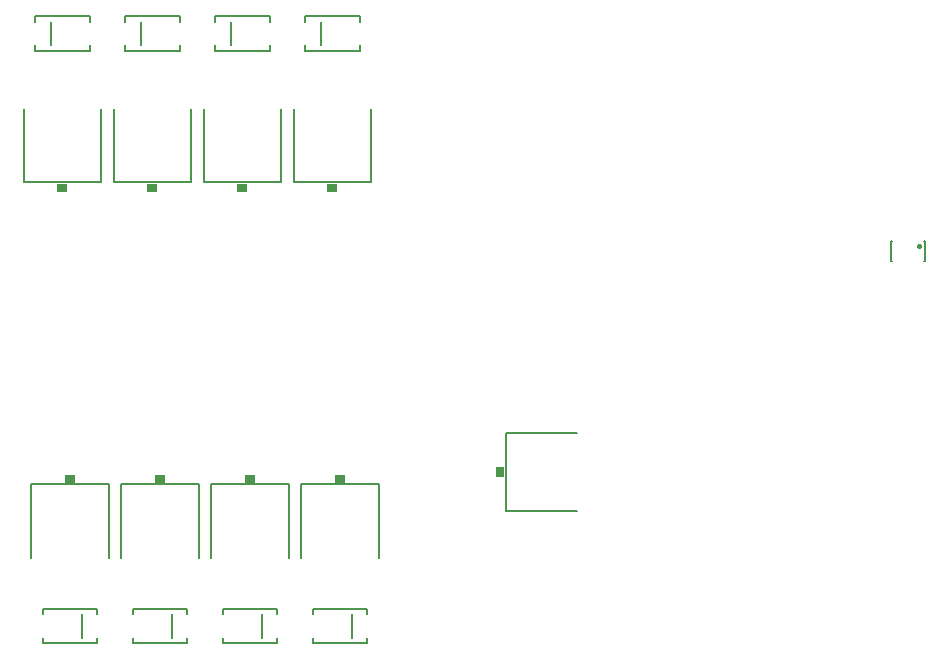
<source format=gbo>
G75*
G70*
%OFA0B0*%
%FSLAX24Y24*%
%IPPOS*%
%LPD*%
%AMOC8*
5,1,8,0,0,1.08239X$1,22.5*
%
%ADD10C,0.0080*%
%ADD11R,0.0340X0.0300*%
%ADD12R,0.0300X0.0340*%
%ADD13C,0.0120*%
D10*
X010734Y005444D02*
X012546Y005444D01*
X012546Y005621D01*
X012034Y005621D02*
X012034Y006409D01*
X012546Y006409D02*
X012546Y006586D01*
X010734Y006586D01*
X010734Y006409D01*
X010734Y005621D02*
X010734Y005444D01*
X013734Y005444D02*
X015546Y005444D01*
X015546Y005621D01*
X015034Y005621D02*
X015034Y006409D01*
X015546Y006409D02*
X015546Y006586D01*
X013734Y006586D01*
X013734Y006409D01*
X013734Y005621D02*
X013734Y005444D01*
X016734Y005444D02*
X018546Y005444D01*
X018546Y005621D01*
X018034Y005621D02*
X018034Y006409D01*
X018546Y006409D02*
X018546Y006586D01*
X016734Y006586D01*
X016734Y006409D01*
X016734Y005621D02*
X016734Y005444D01*
X019734Y005444D02*
X021546Y005444D01*
X021546Y005621D01*
X021034Y005621D02*
X021034Y006409D01*
X021546Y006409D02*
X021546Y006586D01*
X019734Y006586D01*
X019734Y006409D01*
X019734Y005621D02*
X019734Y005444D01*
X019350Y008294D02*
X019350Y010733D01*
X021930Y010733D01*
X021930Y008294D01*
X018930Y008294D02*
X018930Y010733D01*
X016350Y010733D01*
X016350Y008294D01*
X015930Y008294D02*
X015930Y010733D01*
X013350Y010733D01*
X013350Y008294D01*
X012930Y008294D02*
X012930Y010733D01*
X010350Y010733D01*
X010350Y008294D01*
X026165Y009850D02*
X028525Y009850D01*
X026165Y009850D02*
X026165Y012430D01*
X028525Y012430D01*
X039018Y018196D02*
X039055Y018196D01*
X039018Y018196D02*
X039018Y018834D01*
X039055Y018834D01*
X040100Y018834D02*
X040138Y018834D01*
X040138Y018196D01*
X040100Y018196D01*
X021680Y020797D02*
X021680Y023236D01*
X019100Y023236D02*
X019100Y020797D01*
X021680Y020797D01*
X018680Y020797D02*
X018680Y023236D01*
X016100Y023236D02*
X016100Y020797D01*
X018680Y020797D01*
X015680Y020797D02*
X015680Y023236D01*
X013100Y023236D02*
X013100Y020797D01*
X015680Y020797D01*
X012680Y020797D02*
X012680Y023236D01*
X010100Y023236D02*
X010100Y020797D01*
X012680Y020797D01*
X012296Y025194D02*
X010484Y025194D01*
X010484Y025371D01*
X010996Y025371D02*
X010996Y026159D01*
X010484Y026159D02*
X010484Y026336D01*
X012296Y026336D01*
X012296Y026159D01*
X013484Y026159D02*
X013484Y026336D01*
X015296Y026336D01*
X015296Y026159D01*
X016484Y026159D02*
X016484Y026336D01*
X018296Y026336D01*
X018296Y026159D01*
X019484Y026159D02*
X019484Y026336D01*
X021296Y026336D01*
X021296Y026159D01*
X019996Y026159D02*
X019996Y025371D01*
X019484Y025371D02*
X019484Y025194D01*
X021296Y025194D01*
X021296Y025371D01*
X018296Y025371D02*
X018296Y025194D01*
X016484Y025194D01*
X016484Y025371D01*
X016996Y025371D02*
X016996Y026159D01*
X015296Y025371D02*
X015296Y025194D01*
X013484Y025194D01*
X013484Y025371D01*
X013996Y025371D02*
X013996Y026159D01*
X012296Y025371D02*
X012296Y025194D01*
D11*
X011390Y020607D03*
X014390Y020607D03*
X017390Y020607D03*
X020390Y020607D03*
X020640Y010923D03*
X017640Y010923D03*
X014640Y010923D03*
X011640Y010923D03*
D12*
X025975Y011140D03*
D13*
X039934Y018665D02*
X039936Y018672D01*
X039941Y018677D01*
X039948Y018679D01*
X039955Y018677D01*
X039960Y018672D01*
X039962Y018665D01*
X039960Y018658D01*
X039955Y018653D01*
X039948Y018651D01*
X039941Y018653D01*
X039936Y018658D01*
X039934Y018665D01*
M02*

</source>
